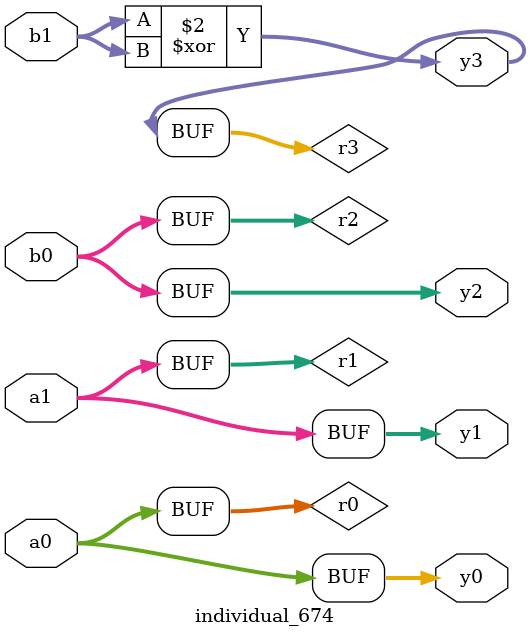
<source format=sv>
module individual_674(input logic [15:0] a1, input logic [15:0] a0, input logic [15:0] b1, input logic [15:0] b0, output logic [15:0] y3, output logic [15:0] y2, output logic [15:0] y1, output logic [15:0] y0);
logic [15:0] r0, r1, r2, r3; 
 always@(*) begin 
	 r0 = a0; r1 = a1; r2 = b0; r3 = b1; 
 	 r3  ^=  b1 ;
 	 y3 = r3; y2 = r2; y1 = r1; y0 = r0; 
end
endmodule
</source>
